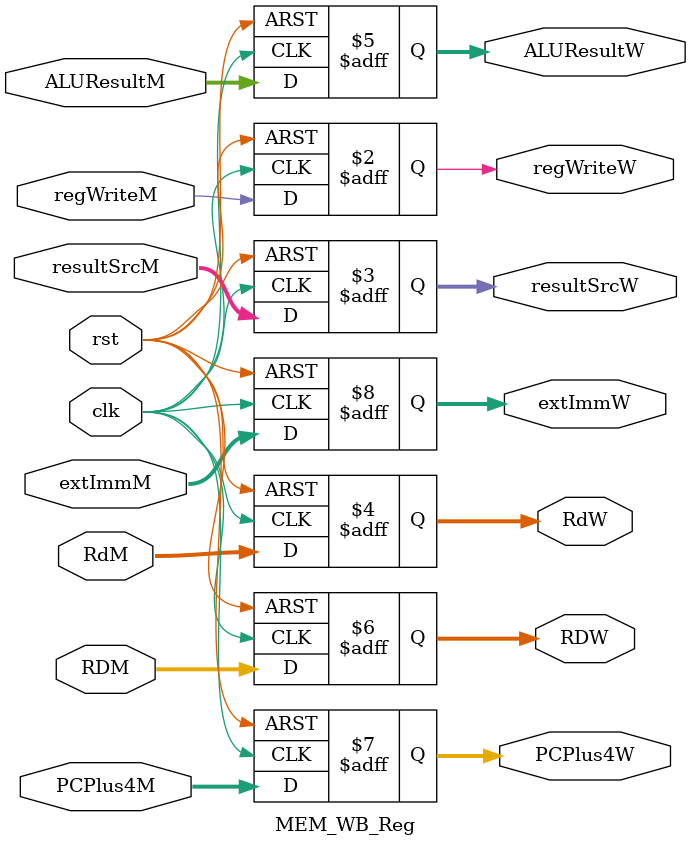
<source format=v>
module MEM_WB_Reg(input clk, rst, regWriteM, input [1:0] resultSrcM, input [4:0] RdM,
                  input [31:0] ALUResultM, RDM, PCPlus4M, extImmM,
                  output reg regWriteW, output reg [1:0] resultSrcW, output reg [4:0] RdW,
                  output reg [31:0] ALUResultW, RDW, PCPlus4W, extImmW);

    always @(posedge clk or posedge rst) begin
        if (rst) begin
            regWriteW  <= 32'b0;
            ALUResultW <= 32'b0;
            PCPlus4W   <= 32'b0;
            RDW        <= 32'b0;
            RdW        <= 5'b0;
            resultSrcW <= 2'b0;
            extImmW    <= 32'b0;
        end 
        else begin
            regWriteW  <= regWriteM; 
            ALUResultW <= ALUResultM;
            PCPlus4W   <= PCPlus4M;
            RDW        <= RDM;
            RdW        <= RdM;
            resultSrcW <= resultSrcM;
            extImmW    <= extImmM;
        end 
    end

endmodule


</source>
